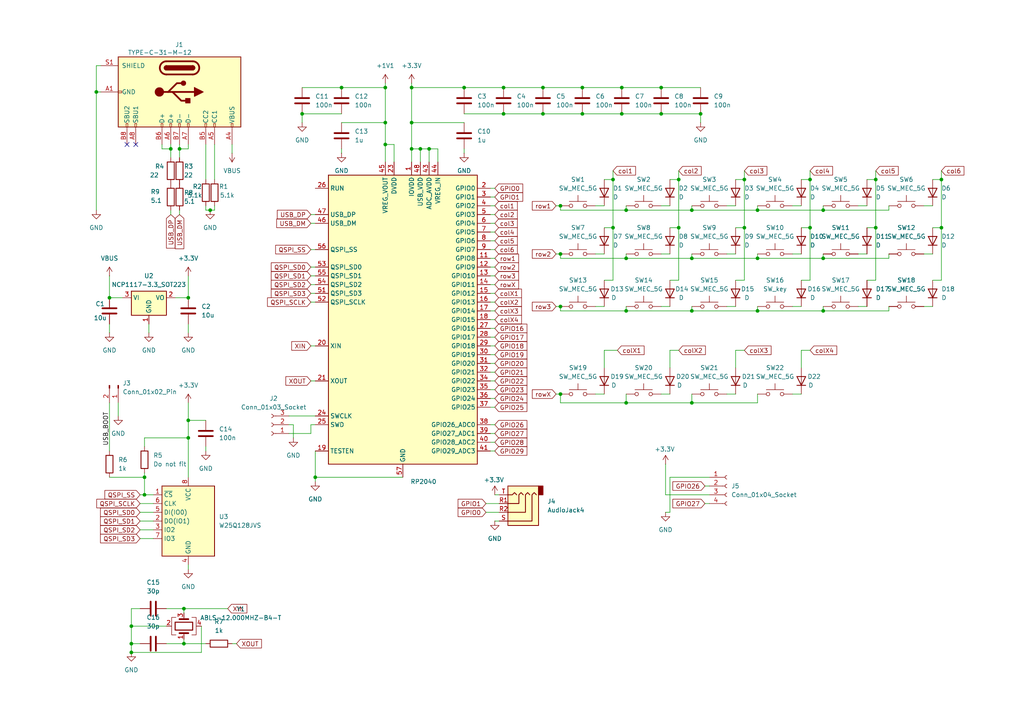
<source format=kicad_sch>
(kicad_sch (version 20250114) (generator "eeschema") (generator_version "9.0")
  (paper "A4")
  (title_block (title "Split Keyboard with RP2040 (Left)") (company "Watson9109") (comment 1 "Make sure R3 and R4 are close to RP2040") (comment 2 "Make sure C13 is close to pin 45 of RP2040") (comment 3 "uses 104048 in Akizuki as a Joystick "))
  (junction (at 181.61 116.84))
  (junction (at 146.05 33.02))
  (junction (at 41.91 138.43))
  (junction (at 215.9 52.07))
  (junction (at 215.9 66.04))
  (junction (at 254 52.07))
  (junction (at 146.05 25.4))
  (junction (at 168.91 25.4))
  (junction (at 177.8 66.04))
  (junction (at 60.96 60.96))
  (junction (at 273.05 52.07))
  (junction (at 119.38 25.4))
  (junction (at 111.76 35.56))
  (junction (at 200.66 74.93))
  (junction (at 38.1 186.69))
  (junction (at 181.61 60.96))
  (junction (at 53.34 176.53))
  (junction (at 162.56 59.69))
  (junction (at 203.2 33.02))
  (junction (at 54.61 121.92))
  (junction (at 124.46 43.18))
  (junction (at 52.07 43.18))
  (junction (at 31.75 86.36))
  (junction (at 162.56 88.9))
  (junction (at 200.66 60.96))
  (junction (at 91.44 138.43))
  (junction (at 254 66.04))
  (junction (at 54.61 86.36))
  (junction (at 200.66 116.84))
  (junction (at 219.71 90.17))
  (junction (at 119.38 43.18))
  (junction (at 273.05 66.04))
  (junction (at 121.92 43.18))
  (junction (at 38.1 181.61))
  (junction (at 87.63 33.02))
  (junction (at 134.62 25.4))
  (junction (at 99.06 25.4))
  (junction (at 238.76 74.93))
  (junction (at 38.1 189.23))
  (junction (at 234.95 66.04))
  (junction (at 200.66 90.17))
  (junction (at 219.71 74.93))
  (junction (at 157.48 33.02))
  (junction (at 111.76 41.91))
  (junction (at 53.34 186.69))
  (junction (at 41.91 143.51))
  (junction (at 181.61 90.17))
  (junction (at 191.77 33.02))
  (junction (at 219.71 60.96))
  (junction (at 234.95 52.07))
  (junction (at 238.76 90.17))
  (junction (at 49.53 43.18))
  (junction (at 196.85 52.07))
  (junction (at 162.56 73.66))
  (junction (at 177.8 52.07))
  (junction (at 168.91 33.02))
  (junction (at 27.94 26.67))
  (junction (at 180.34 25.4))
  (junction (at 111.76 25.4))
  (junction (at 191.77 25.4))
  (junction (at 162.56 114.3))
  (junction (at 180.34 33.02))
  (junction (at 119.38 35.56))
  (junction (at 54.61 127))
  (junction (at 238.76 60.96))
  (junction (at 196.85 66.04))
  (junction (at 157.48 25.4))
  (junction (at 181.61 74.93))
  (no_connect (at 39.37 41.91))
  (no_connect (at 36.83 41.91))
  (wire (pts (xy 146.05 33.02) (xy 157.48 33.02)))
  (wire (pts (xy 142.24 90.17) (xy 143.51 90.17)))
  (wire (pts (xy 172.72 114.3) (xy 175.26 114.3)))
  (wire (pts (xy 142.24 87.63) (xy 143.51 87.63)))
  (wire (pts (xy 142.24 59.69) (xy 143.51 59.69)))
  (wire (pts (xy 219.71 60.96) (xy 219.71 59.69)))
  (wire (pts (xy 204.47 140.97) (xy 205.74 140.97)))
  (wire (pts (xy 90.17 123.19) (xy 91.44 123.19)))
  (wire (pts (xy 142.24 110.49) (xy 143.51 110.49)))
  (wire (pts (xy 215.9 49.53) (xy 215.9 52.07)))
  (wire (pts (xy 194.31 138.43) (xy 194.31 148.59)))
  (wire (pts (xy 49.53 60.96) (xy 49.53 62.23)))
  (wire (pts (xy 52.07 60.96) (xy 52.07 62.23)))
  (wire (pts (xy 54.61 80.01) (xy 54.61 86.36)))
  (wire (pts (xy 134.62 43.18) (xy 134.62 44.45)))
  (wire (pts (xy 229.87 88.9) (xy 232.41 88.9)))
  (wire (pts (xy 127 43.18) (xy 124.46 43.18)))
  (wire (pts (xy 46.99 41.91) (xy 46.99 43.18)))
  (wire (pts (xy 54.61 127) (xy 54.61 138.43)))
  (wire (pts (xy 127 46.99) (xy 127 43.18)))
  (wire (pts (xy 67.31 186.69) (xy 68.58 186.69)))
  (wire (pts (xy 31.75 93.98) (xy 31.75 96.52)))
  (wire (pts (xy 58.42 181.61) (xy 58.42 189.23)))
  (wire (pts (xy 204.47 146.05) (xy 205.74 146.05)))
  (wire (pts (xy 111.76 25.4) (xy 111.76 35.56)))
  (wire (pts (xy 219.71 73.66) (xy 219.71 74.93)))
  (wire (pts (xy 270.51 81.28) (xy 273.05 81.28)))
  (wire (pts (xy 41.91 127) (xy 54.61 127)))
  (wire (pts (xy 157.48 25.4) (xy 168.91 25.4)))
  (wire (pts (xy 181.61 74.93) (xy 200.66 74.93)))
  (wire (pts (xy 142.24 85.09) (xy 143.51 85.09)))
  (wire (pts (xy 177.8 52.07) (xy 177.8 66.04)))
  (wire (pts (xy 54.61 121.92) (xy 59.69 121.92)))
  (wire (pts (xy 196.85 81.28) (xy 196.85 66.04)))
  (wire (pts (xy 142.24 69.85) (xy 143.51 69.85)))
  (wire (pts (xy 111.76 35.56) (xy 111.76 41.91)))
  (wire (pts (xy 54.61 116.84) (xy 54.61 121.92)))
  (wire (pts (xy 200.66 116.84) (xy 181.61 116.84)))
  (wire (pts (xy 161.29 59.69) (xy 162.56 59.69)))
  (wire (pts (xy 248.92 73.66) (xy 251.46 73.66)))
  (wire (pts (xy 142.24 102.87) (xy 143.51 102.87)))
  (wire (pts (xy 273.05 52.07) (xy 270.51 52.07)))
  (wire (pts (xy 146.05 25.4) (xy 157.48 25.4)))
  (wire (pts (xy 205.74 143.51) (xy 193.04 143.51)))
  (wire (pts (xy 142.24 118.11) (xy 143.51 118.11)))
  (wire (pts (xy 119.38 24.13) (xy 119.38 25.4)))
  (wire (pts (xy 99.06 25.4) (xy 111.76 25.4)))
  (wire (pts (xy 234.95 81.28) (xy 234.95 66.04)))
  (wire (pts (xy 67.31 41.91) (xy 67.31 44.45)))
  (wire (pts (xy 181.61 88.9) (xy 181.61 90.17)))
  (wire (pts (xy 210.82 88.9) (xy 213.36 88.9)))
  (wire (pts (xy 142.24 54.61) (xy 143.51 54.61)))
  (wire (pts (xy 219.71 90.17) (xy 219.71 88.9)))
  (wire (pts (xy 27.94 26.67) (xy 27.94 60.96)))
  (wire (pts (xy 203.2 33.02) (xy 203.2 35.56)))
  (wire (pts (xy 48.26 176.53) (xy 53.34 176.53)))
  (wire (pts (xy 53.34 186.69) (xy 59.69 186.69)))
  (wire (pts (xy 254 52.07) (xy 251.46 52.07)))
  (wire (pts (xy 38.1 176.53) (xy 38.1 181.61)))
  (wire (pts (xy 31.75 86.36) (xy 35.56 86.36)))
  (wire (pts (xy 54.61 43.18) (xy 52.07 43.18)))
  (wire (pts (xy 59.69 130.81) (xy 59.69 129.54)))
  (wire (pts (xy 40.64 146.05) (xy 44.45 146.05)))
  (wire (pts (xy 205.74 138.43) (xy 194.31 138.43)))
  (wire (pts (xy 162.56 60.96) (xy 181.61 60.96)))
  (wire (pts (xy 248.92 59.69) (xy 251.46 59.69)))
  (wire (pts (xy 267.97 73.66) (xy 270.51 73.66)))
  (wire (pts (xy 142.24 100.33) (xy 143.51 100.33)))
  (wire (pts (xy 181.61 116.84) (xy 162.56 116.84)))
  (wire (pts (xy 142.24 92.71) (xy 143.51 92.71)))
  (wire (pts (xy 41.91 143.51) (xy 44.45 143.51)))
  (wire (pts (xy 193.04 143.51) (xy 193.04 134.62)))
  (wire (pts (xy 90.17 80.01) (xy 91.44 80.01)))
  (wire (pts (xy 99.06 35.56) (xy 111.76 35.56)))
  (wire (pts (xy 85.09 127) (xy 85.09 123.19)))
  (wire (pts (xy 142.24 64.77) (xy 143.51 64.77)))
  (wire (pts (xy 238.76 60.96) (xy 238.76 59.69)))
  (wire (pts (xy 99.06 43.18) (xy 99.06 44.45)))
  (wire (pts (xy 119.38 35.56) (xy 119.38 43.18)))
  (wire (pts (xy 191.77 59.69) (xy 194.31 59.69)))
  (wire (pts (xy 43.18 93.98) (xy 43.18 96.52)))
  (wire (pts (xy 142.24 128.27) (xy 143.51 128.27)))
  (wire (pts (xy 90.17 85.09) (xy 91.44 85.09)))
  (wire (pts (xy 31.75 138.43) (xy 41.91 138.43)))
  (wire (pts (xy 181.61 73.66) (xy 181.61 74.93)))
  (wire (pts (xy 134.62 33.02) (xy 146.05 33.02)))
  (wire (pts (xy 40.64 148.59) (xy 44.45 148.59)))
  (wire (pts (xy 181.61 59.69) (xy 181.61 60.96)))
  (wire (pts (xy 142.24 113.03) (xy 143.51 113.03)))
  (wire (pts (xy 90.17 64.77) (xy 91.44 64.77)))
  (wire (pts (xy 142.24 80.01) (xy 143.51 80.01)))
  (wire (pts (xy 219.71 116.84) (xy 200.66 116.84)))
  (wire (pts (xy 40.64 143.51) (xy 41.91 143.51)))
  (wire (pts (xy 251.46 81.28) (xy 254 81.28)))
  (wire (pts (xy 194.31 101.6) (xy 196.85 101.6)))
  (wire (pts (xy 41.91 129.54) (xy 41.91 127)))
  (wire (pts (xy 215.9 81.28) (xy 213.36 81.28)))
  (wire (pts (xy 219.71 60.96) (xy 238.76 60.96)))
  (wire (pts (xy 257.81 88.9) (xy 257.81 90.17)))
  (wire (pts (xy 213.36 106.68) (xy 213.36 101.6)))
  (wire (pts (xy 142.24 57.15) (xy 143.51 57.15)))
  (wire (pts (xy 196.85 52.07) (xy 194.31 52.07)))
  (wire (pts (xy 114.3 41.91) (xy 111.76 41.91)))
  (wire (pts (xy 53.34 176.53) (xy 53.34 177.8)))
  (wire (pts (xy 168.91 25.4) (xy 180.34 25.4)))
  (wire (pts (xy 234.95 52.07) (xy 232.41 52.07)))
  (wire (pts (xy 194.31 66.04) (xy 196.85 66.04)))
  (wire (pts (xy 90.17 87.63) (xy 91.44 87.63)))
  (wire (pts (xy 210.82 73.66) (xy 213.36 73.66)))
  (wire (pts (xy 53.34 176.53) (xy 66.04 176.53)))
  (wire (pts (xy 200.66 88.9) (xy 200.66 90.17)))
  (wire (pts (xy 161.29 114.3) (xy 162.56 114.3)))
  (wire (pts (xy 91.44 130.81) (xy 91.44 138.43)))
  (wire (pts (xy 40.64 176.53) (xy 38.1 176.53)))
  (wire (pts (xy 91.44 138.43) (xy 116.84 138.43)))
  (wire (pts (xy 180.34 25.4) (xy 191.77 25.4)))
  (wire (pts (xy 142.24 74.93) (xy 143.51 74.93)))
  (wire (pts (xy 229.87 73.66) (xy 232.41 73.66)))
  (wire (pts (xy 232.41 106.68) (xy 232.41 101.6)))
  (wire (pts (xy 140.97 146.05) (xy 144.78 146.05)))
  (wire (pts (xy 196.85 49.53) (xy 196.85 52.07)))
  (wire (pts (xy 191.77 88.9) (xy 194.31 88.9)))
  (wire (pts (xy 162.56 116.84) (xy 162.56 114.3)))
  (wire (pts (xy 40.64 153.67) (xy 44.45 153.67)))
  (wire (pts (xy 91.44 138.43) (xy 91.44 139.7)))
  (wire (pts (xy 142.24 95.25) (xy 143.51 95.25)))
  (wire (pts (xy 62.23 59.69) (xy 62.23 60.96)))
  (wire (pts (xy 142.24 77.47) (xy 143.51 77.47)))
  (wire (pts (xy 111.76 24.13) (xy 111.76 25.4)))
  (wire (pts (xy 53.34 186.69) (xy 53.34 185.42)))
  (wire (pts (xy 175.26 52.07) (xy 177.8 52.07)))
  (wire (pts (xy 114.3 46.99) (xy 114.3 41.91)))
  (wire (pts (xy 200.66 59.69) (xy 200.66 60.96)))
  (wire (pts (xy 219.71 114.3) (xy 219.71 116.84)))
  (wire (pts (xy 142.24 130.81) (xy 143.51 130.81)))
  (wire (pts (xy 179.07 101.6) (xy 175.26 101.6)))
  (wire (pts (xy 90.17 62.23) (xy 91.44 62.23)))
  (wire (pts (xy 175.26 66.04) (xy 177.8 66.04)))
  (wire (pts (xy 50.8 86.36) (xy 54.61 86.36)))
  (wire (pts (xy 62.23 41.91) (xy 62.23 52.07)))
  (wire (pts (xy 49.53 43.18) (xy 46.99 43.18)))
  (wire (pts (xy 54.61 93.98) (xy 54.61 96.52)))
  (wire (pts (xy 175.26 101.6) (xy 175.26 106.68)))
  (wire (pts (xy 181.61 114.3) (xy 181.61 116.84)))
  (wire (pts (xy 90.17 72.39) (xy 91.44 72.39)))
  (wire (pts (xy 142.24 82.55) (xy 143.51 82.55)))
  (wire (pts (xy 161.29 73.66) (xy 162.56 73.66)))
  (wire (pts (xy 194.31 148.59) (xy 193.04 148.59)))
  (wire (pts (xy 27.94 19.05) (xy 29.21 19.05)))
  (wire (pts (xy 232.41 101.6) (xy 234.95 101.6)))
  (wire (pts (xy 52.07 43.18) (xy 52.07 45.72)))
  (wire (pts (xy 257.81 74.93) (xy 238.76 74.93)))
  (wire (pts (xy 273.05 66.04) (xy 273.05 52.07)))
  (wire (pts (xy 200.66 73.66) (xy 200.66 74.93)))
  (wire (pts (xy 162.56 90.17) (xy 181.61 90.17)))
  (wire (pts (xy 273.05 49.53) (xy 273.05 52.07)))
  (wire (pts (xy 27.94 26.67) (xy 29.21 26.67)))
  (wire (pts (xy 90.17 100.33) (xy 91.44 100.33)))
  (wire (pts (xy 59.69 41.91) (xy 59.69 52.07)))
  (wire (pts (xy 87.63 33.02) (xy 99.06 33.02)))
  (wire (pts (xy 90.17 82.55) (xy 91.44 82.55)))
  (wire (pts (xy 229.87 59.69) (xy 232.41 59.69)))
  (wire (pts (xy 215.9 52.07) (xy 215.9 66.04)))
  (wire (pts (xy 257.81 90.17) (xy 238.76 90.17)))
  (wire (pts (xy 168.91 33.02) (xy 180.34 33.02)))
  (wire (pts (xy 49.53 41.91) (xy 49.53 43.18)))
  (wire (pts (xy 31.75 116.84) (xy 31.75 130.81)))
  (wire (pts (xy 238.76 60.96) (xy 257.81 60.96)))
  (wire (pts (xy 54.61 86.36) (xy 54.61 87.63)))
  (wire (pts (xy 234.95 49.53) (xy 234.95 52.07)))
  (wire (pts (xy 48.26 186.69) (xy 53.34 186.69)))
  (wire (pts (xy 142.24 107.95) (xy 143.51 107.95)))
  (wire (pts (xy 124.46 43.18) (xy 121.92 43.18)))
  (wire (pts (xy 142.24 67.31) (xy 143.51 67.31)))
  (wire (pts (xy 124.46 43.18) (xy 124.46 46.99)))
  (wire (pts (xy 172.72 88.9) (xy 175.26 88.9)))
  (wire (pts (xy 238.76 73.66) (xy 238.76 74.93)))
  (wire (pts (xy 90.17 110.49) (xy 91.44 110.49)))
  (wire (pts (xy 162.56 74.93) (xy 162.56 73.66)))
  (wire (pts (xy 27.94 19.05) (xy 27.94 26.67)))
  (wire (pts (xy 59.69 60.96) (xy 60.96 60.96)))
  (wire (pts (xy 219.71 74.93) (xy 238.76 74.93)))
  (wire (pts (xy 232.41 66.04) (xy 234.95 66.04)))
  (wire (pts (xy 191.77 73.66) (xy 194.31 73.66)))
  (wire (pts (xy 248.92 88.9) (xy 251.46 88.9)))
  (wire (pts (xy 191.77 33.02) (xy 203.2 33.02)))
  (wire (pts (xy 194.31 81.28) (xy 196.85 81.28)))
  (wire (pts (xy 172.72 73.66) (xy 175.26 73.66)))
  (wire (pts (xy 215.9 66.04) (xy 215.9 81.28)))
  (wire (pts (xy 161.29 88.9) (xy 162.56 88.9)))
  (wire (pts (xy 273.05 81.28) (xy 273.05 66.04)))
  (wire (pts (xy 162.56 59.69) (xy 162.56 60.96)))
  (wire (pts (xy 232.41 81.28) (xy 234.95 81.28)))
  (wire (pts (xy 254 66.04) (xy 254 52.07)))
  (wire (pts (xy 238.76 90.17) (xy 238.76 88.9)))
  (wire (pts (xy 38.1 186.69) (xy 40.64 186.69)))
  (wire (pts (xy 213.36 66.04) (xy 215.9 66.04)))
  (wire (pts (xy 191.77 114.3) (xy 194.31 114.3)))
  (wire (pts (xy 41.91 138.43) (xy 41.91 143.51)))
  (wire (pts (xy 119.38 25.4) (xy 134.62 25.4)))
  (wire (pts (xy 210.82 114.3) (xy 213.36 114.3)))
  (wire (pts (xy 200.66 74.93) (xy 219.71 74.93)))
  (wire (pts (xy 134.62 35.56) (xy 119.38 35.56)))
  (wire (pts (xy 38.1 181.61) (xy 48.26 181.61)))
  (wire (pts (xy 90.17 77.47) (xy 91.44 77.47)))
  (wire (pts (xy 142.24 62.23) (xy 143.51 62.23)))
  (wire (pts (xy 210.82 59.69) (xy 213.36 59.69)))
  (wire (pts (xy 257.81 73.66) (xy 257.81 74.93)))
  (wire (pts (xy 254 81.28) (xy 254 66.04)))
  (wire (pts (xy 181.61 60.96) (xy 200.66 60.96)))
  (wire (pts (xy 54.61 163.83) (xy 54.61 165.1)))
  (wire (pts (xy 143.51 151.13) (xy 144.78 151.13)))
  (wire (pts (xy 142.24 72.39) (xy 143.51 72.39)))
  (wire (pts (xy 83.82 123.19) (xy 85.09 123.19)))
  (wire (pts (xy 194.31 106.68) (xy 194.31 101.6)))
  (wire (pts (xy 49.53 43.18) (xy 49.53 45.72)))
  (wire (pts (xy 40.64 151.13) (xy 44.45 151.13)))
  (wire (pts (xy 87.63 25.4) (xy 99.06 25.4)))
  (wire (pts (xy 121.92 43.18) (xy 119.38 43.18)))
  (wire (pts (xy 34.29 116.84) (xy 34.29 120.65)))
  (wire (pts (xy 200.66 90.17) (xy 219.71 90.17)))
  (wire (pts (xy 257.81 59.69) (xy 257.81 60.96)))
  (wire (pts (xy 142.24 105.41) (xy 143.51 105.41)))
  (wire (pts (xy 181.61 74.93) (xy 162.56 74.93)))
  (wire (pts (xy 54.61 121.92) (xy 54.61 127)))
  (wire (pts (xy 213.36 52.07) (xy 215.9 52.07)))
  (wire (pts (xy 140.97 148.59) (xy 144.78 148.59)))
  (wire (pts (xy 251.46 66.04) (xy 254 66.04)))
  (wire (pts (xy 177.8 81.28) (xy 177.8 66.04)))
  (wire (pts (xy 267.97 88.9) (xy 270.51 88.9)))
  (wire (pts (xy 229.87 114.3) (xy 232.41 114.3)))
  (wire (pts (xy 180.34 33.02) (xy 191.77 33.02)))
  (wire (pts (xy 111.76 41.91) (xy 111.76 46.99)))
  (wire (pts (xy 38.1 181.61) (xy 38.1 186.69)))
  (wire (pts (xy 54.61 41.91) (xy 54.61 43.18)))
  (wire (pts (xy 177.8 49.53) (xy 177.8 52.07)))
  (wire (pts (xy 219.71 90.17) (xy 238.76 90.17)))
  (wire (pts (xy 157.48 33.02) (xy 168.91 33.02)))
  (wire (pts (xy 90.17 125.73) (xy 83.82 125.73)))
  (wire (pts (xy 200.66 60.96) (xy 219.71 60.96)))
  (wire (pts (xy 121.92 43.18) (xy 121.92 46.99)))
  (wire (pts (xy 83.82 120.65) (xy 91.44 120.65)))
  (wire (pts (xy 142.24 97.79) (xy 143.51 97.79)))
  (wire (pts (xy 31.75 80.01) (xy 31.75 86.36)))
  (wire (pts (xy 181.61 90.17) (xy 200.66 90.17)))
  (wire (pts (xy 200.66 114.3) (xy 200.66 116.84)))
  (wire (pts (xy 87.63 33.02) (xy 87.63 35.56)))
  (wire (pts (xy 41.91 137.16) (xy 41.91 138.43)))
  (wire (pts (xy 162.56 88.9) (xy 162.56 90.17)))
  (wire (pts (xy 119.38 43.18) (xy 119.38 46.99)))
  (wire (pts (xy 270.51 66.04) (xy 273.05 66.04)))
  (wire (pts (xy 175.26 81.28) (xy 177.8 81.28)))
  (wire (pts (xy 52.07 43.18) (xy 52.07 41.91)))
  (wire (pts (xy 142.24 125.73) (xy 143.51 125.73)))
  (wire (pts (xy 213.36 101.6) (xy 215.9 101.6)))
  (wire (pts (xy 267.97 59.69) (xy 270.51 59.69)))
  (wire (pts (xy 119.38 35.56) (xy 119.38 25.4)))
  (wire (pts (xy 38.1 186.69) (xy 38.1 189.23)))
  (wire (pts (xy 90.17 123.19) (xy 90.17 125.73)))
  (wire (pts (xy 196.85 66.04) (xy 196.85 52.07)))
  (wire (pts (xy 142.24 123.19) (xy 143.51 123.19)))
  (wire (pts (xy 134.62 25.4) (xy 146.05 25.4)))
  (wire (pts (xy 59.69 59.69) (xy 59.69 60.96)))
  (wire (pts (xy 172.72 59.69) (xy 175.26 59.69)))
  (wire (pts (xy 234.95 66.04) (xy 234.95 52.07)))
  (wire (pts (xy 62.23 60.96) (xy 60.96 60.96)))
  (wire (pts (xy 191.77 25.4) (xy 203.2 25.4)))
  (wire (pts (xy 58.42 189.23) (xy 38.1 189.23)))
  (wire (pts (xy 40.64 156.21) (xy 44.45 156.21)))
  (wire (pts (xy 143.51 143.51) (xy 144.78 143.51)))
  (wire (pts (xy 142.24 115.57) (xy 143.51 115.57)))
  (wire (pts (xy 254 49.53) (xy 254 52.07)))
  (label "USB_BOOT" (at 31.75 119.38 270))
  (global_label "GPIO18" (shape input) (at 143.51 100.33 0) (property "Intersheetrefs" "${INTERSHEET_REFS}" (effects (hide yes))))
  (global_label "GPIO21" (shape input) (at 143.51 107.95 0) (property "Intersheetrefs" "${INTERSHEET_REFS}" (effects (hide yes))))
  (global_label "colX1" (shape input) (at 143.51 85.09 0) (property "Intersheetrefs" "${INTERSHEET_REFS}" (effects (hide yes))))
  (global_label "GPIO27" (shape input) (at 143.51 125.73 0) (property "Intersheetrefs" "${INTERSHEET_REFS}" (effects (hide yes))))
  (global_label "col1" (shape input) (at 143.51 59.69 0) (property "Intersheetrefs" "${INTERSHEET_REFS}" (effects (hide yes))))
  (global_label "QSPI_SD0" (shape input) (at 90.17 77.47 180) (property "Intersheetrefs" "${INTERSHEET_REFS}" (effects (hide yes))))
  (global_label "GPIO1" (shape input) (at 140.97 146.05 180) (property "Intersheetrefs" "${INTERSHEET_REFS}" (effects (hide yes))))
  (global_label "GPIO0" (shape input) (at 143.51 54.61 0) (property "Intersheetrefs" "${INTERSHEET_REFS}" (effects (hide yes))))
  (global_label "QSPI_SD1" (shape input) (at 90.17 80.01 180) (property "Intersheetrefs" "${INTERSHEET_REFS}" (effects (hide yes))))
  (global_label "QSPI_SD3" (shape input) (at 40.64 156.21 180) (property "Intersheetrefs" "${INTERSHEET_REFS}" (effects (hide yes))))
  (global_label "GPIO17" (shape input) (at 143.51 97.79 0) (property "Intersheetrefs" "${INTERSHEET_REFS}" (effects (hide yes))))
  (global_label "QSPI_SS" (shape input) (at 90.17 72.39 180) (property "Intersheetrefs" "${INTERSHEET_REFS}" (effects (hide yes))))
  (global_label "row2" (shape input) (at 143.51 77.47 0) (property "Intersheetrefs" "${INTERSHEET_REFS}" (effects (hide yes))))
  (global_label "GPIO24" (shape input) (at 143.51 115.57 0) (property "Intersheetrefs" "${INTERSHEET_REFS}" (effects (hide yes))))
  (global_label "row1" (shape input) (at 161.29 59.69 180) (property "Intersheetrefs" "${INTERSHEET_REFS}" (effects (hide yes))))
  (global_label "colX3" (shape input) (at 215.9 101.6 0) (property "Intersheetrefs" "${INTERSHEET_REFS}" (effects (hide yes))))
  (global_label "GPIO29" (shape input) (at 143.51 130.81 0) (property "Intersheetrefs" "${INTERSHEET_REFS}" (effects (hide yes))))
  (global_label "USB_DM" (shape input) (at 52.07 62.23 270) (property "Intersheetrefs" "${INTERSHEET_REFS}" (effects (hide yes))))
  (global_label "col1" (shape input) (at 177.8 49.53 0) (property "Intersheetrefs" "${INTERSHEET_REFS}" (effects (hide yes))))
  (global_label "XIN" (shape input) (at 90.17 100.33 180) (property "Intersheetrefs" "${INTERSHEET_REFS}" (effects (hide yes))))
  (global_label "GPIO26" (shape input) (at 204.47 140.97 180) (property "Intersheetrefs" "${INTERSHEET_REFS}" (effects (hide yes))))
  (global_label "USB_DP" (shape input) (at 49.53 62.23 270) (property "Intersheetrefs" "${INTERSHEET_REFS}" (effects (hide yes))))
  (global_label "row3" (shape input) (at 143.51 80.01 0) (property "Intersheetrefs" "${INTERSHEET_REFS}" (effects (hide yes))))
  (global_label "colX1" (shape input) (at 179.07 101.6 0) (property "Intersheetrefs" "${INTERSHEET_REFS}" (effects (hide yes))))
  (global_label "colX4" (shape input) (at 143.51 92.71 0) (property "Intersheetrefs" "${INTERSHEET_REFS}" (effects (hide yes))))
  (global_label "QSPI_SD1" (shape input) (at 40.64 151.13 180) (property "Intersheetrefs" "${INTERSHEET_REFS}" (effects (hide yes))))
  (global_label "col2" (shape input) (at 196.85 49.53 0) (property "Intersheetrefs" "${INTERSHEET_REFS}" (effects (hide yes))))
  (global_label "XIN" (shape input) (at 66.04 176.53 0) (property "Intersheetrefs" "${INTERSHEET_REFS}" (effects (hide yes))))
  (global_label "QSPI_SCLK" (shape input) (at 40.64 146.05 180) (property "Intersheetrefs" "${INTERSHEET_REFS}" (effects (hide yes))))
  (global_label "col6" (shape input) (at 143.51 72.39 0) (property "Intersheetrefs" "${INTERSHEET_REFS}" (effects (hide yes))))
  (global_label "GPIO22" (shape input) (at 143.51 110.49 0) (property "Intersheetrefs" "${INTERSHEET_REFS}" (effects (hide yes))))
  (global_label "QSPI_SD0" (shape input) (at 40.64 148.59 180) (property "Intersheetrefs" "${INTERSHEET_REFS}" (effects (hide yes))))
  (global_label "col5" (shape input) (at 254 49.53 0) (property "Intersheetrefs" "${INTERSHEET_REFS}" (effects (hide yes))))
  (global_label "QSPI_SD2" (shape input) (at 40.64 153.67 180) (property "Intersheetrefs" "${INTERSHEET_REFS}" (effects (hide yes))))
  (global_label "QSPI_SD2" (shape input) (at 90.17 82.55 180) (property "Intersheetrefs" "${INTERSHEET_REFS}" (effects (hide yes))))
  (global_label "rowX" (shape input) (at 161.29 114.3 180) (property "Intersheetrefs" "${INTERSHEET_REFS}" (effects (hide yes))))
  (global_label "USB_DP" (shape input) (at 90.17 62.23 180) (property "Intersheetrefs" "${INTERSHEET_REFS}" (effects (hide yes))))
  (global_label "col4" (shape input) (at 143.51 67.31 0) (property "Intersheetrefs" "${INTERSHEET_REFS}" (effects (hide yes))))
  (global_label "row2" (shape input) (at 161.29 73.66 180) (property "Intersheetrefs" "${INTERSHEET_REFS}" (effects (hide yes))))
  (global_label "USB_DM" (shape input) (at 90.17 64.77 180) (property "Intersheetrefs" "${INTERSHEET_REFS}" (effects (hide yes))))
  (global_label "col6" (shape input) (at 273.05 49.53 0) (property "Intersheetrefs" "${INTERSHEET_REFS}" (effects (hide yes))))
  (global_label "GPIO26" (shape input) (at 143.51 123.19 0) (property "Intersheetrefs" "${INTERSHEET_REFS}" (effects (hide yes))))
  (global_label "colX2" (shape input) (at 143.51 87.63 0) (property "Intersheetrefs" "${INTERSHEET_REFS}" (effects (hide yes))))
  (global_label "col5" (shape input) (at 143.51 69.85 0) (property "Intersheetrefs" "${INTERSHEET_REFS}" (effects (hide yes))))
  (global_label "GPIO25" (shape input) (at 143.51 118.11 0) (property "Intersheetrefs" "${INTERSHEET_REFS}" (effects (hide yes))))
  (global_label "XOUT" (shape input) (at 90.17 110.49 180) (property "Intersheetrefs" "${INTERSHEET_REFS}" (effects (hide yes))))
  (global_label "QSPI_SS" (shape input) (at 40.64 143.51 180) (property "Intersheetrefs" "${INTERSHEET_REFS}" (effects (hide yes))))
  (global_label "col4" (shape input) (at 234.95 49.53 0) (property "Intersheetrefs" "${INTERSHEET_REFS}" (effects (hide yes))))
  (global_label "colX2" (shape input) (at 196.85 101.6 0) (property "Intersheetrefs" "${INTERSHEET_REFS}" (effects (hide yes))))
  (global_label "col3" (shape input) (at 215.9 49.53 0) (property "Intersheetrefs" "${INTERSHEET_REFS}" (effects (hide yes))))
  (global_label "GPIO0" (shape input) (at 140.97 148.59 180) (property "Intersheetrefs" "${INTERSHEET_REFS}" (effects (hide yes))))
  (global_label "colX4" (shape input) (at 234.95 101.6 0) (property "Intersheetrefs" "${INTERSHEET_REFS}" (effects (hide yes))))
  (global_label "QSPI_SCLK" (shape input) (at 90.17 87.63 180) (property "Intersheetrefs" "${INTERSHEET_REFS}" (effects (hide yes))))
  (global_label "row3" (shape input) (at 161.29 88.9 180) (property "Intersheetrefs" "${INTERSHEET_REFS}" (effects (hide yes))))
  (global_label "QSPI_SD3" (shape input) (at 90.17 85.09 180) (property "Intersheetrefs" "${INTERSHEET_REFS}" (effects (hide yes))))
  (global_label "GPIO23" (shape input) (at 143.51 113.03 0) (property "Intersheetrefs" "${INTERSHEET_REFS}" (effects (hide yes))))
  (global_label "GPIO19" (shape input) (at 143.51 102.87 0) (property "Intersheetrefs" "${INTERSHEET_REFS}" (effects (hide yes))))
  (global_label "GPIO28" (shape input) (at 143.51 128.27 0) (property "Intersheetrefs" "${INTERSHEET_REFS}" (effects (hide yes))))
  (global_label "GPIO27" (shape input) (at 204.47 146.05 180) (property "Intersheetrefs" "${INTERSHEET_REFS}" (effects (hide yes))))
  (global_label "col2" (shape input) (at 143.51 62.23 0) (property "Intersheetrefs" "${INTERSHEET_REFS}" (effects (hide yes))))
  (global_label "GPIO1" (shape input) (at 143.51 57.15 0) (property "Intersheetrefs" "${INTERSHEET_REFS}" (effects (hide yes))))
  (global_label "row1" (shape input) (at 143.51 74.93 0) (property "Intersheetrefs" "${INTERSHEET_REFS}" (effects (hide yes))))
  (global_label "XOUT" (shape input) (at 68.58 186.69 0) (property "Intersheetrefs" "${INTERSHEET_REFS}" (effects (hide yes))))
  (global_label "colX3" (shape input) (at 143.51 90.17 0) (property "Intersheetrefs" "${INTERSHEET_REFS}" (effects (hide yes))))
  (global_label "col3" (shape input) (at 143.51 64.77 0) (property "Intersheetrefs" "${INTERSHEET_REFS}" (effects (hide yes))))
  (global_label "GPIO20" (shape input) (at 143.51 105.41 0) (property "Intersheetrefs" "${INTERSHEET_REFS}" (effects (hide yes))))
  (global_label "rowX" (shape input) (at 143.51 82.55 0) (property "Intersheetrefs" "${INTERSHEET_REFS}" (effects (hide yes))))
  (global_label "GPIO16" (shape input) (at 143.51 95.25 0) (property "Intersheetrefs" "${INTERSHEET_REFS}" (effects (hide yes))))
  (symbol (lib_id "Device:D") (at 232.41 69.85 90) (unit 1)
    (property "Reference" "D10" (at 234.95 68.5799 90) (effects (justify right)))
    (property "Value" "D" (at 234.95 71.1199 90) (effects (justify right)))
    (property "Footprint" "Diode_SMD:D_SOD-123" (effects (hide yes)))
    (property "Description" "Diode" (effects (hide yes)))
    (property "Sim.Device" "D" (effects (hide yes)))
    (property "Sim.Pins" "1=K 2=A" (effects (hide yes)))
  )
  (symbol (lib_id "Connector_Audio:AudioJack4") (at 149.86 148.59 180) (unit 1)
    (property "Reference" "J4" (at 158.75 145.4149 0) (effects (justify right)))
    (property "Value" "AudioJack4" (at 158.75 147.9549 0) (effects (justify right)))
    (property "Footprint" "footprint:MJ-4PP-9" (effects (hide yes)))
    (property "Description" "Audio Jack, 4 Poles (TRRS)" (effects (hide yes)))
  )
  (symbol (lib_id "Device:D") (at 232.41 110.49 90) (unit 1)
    (property "Reference" "D22" (at 234.188 109.22 90) (effects (justify right)))
    (property "Value" "D" (at 234.442 111.76 90) (effects (justify right)))
    (property "Footprint" "Diode_SMD:D_SOD-123" (effects (hide yes)))
    (property "Description" "Diode" (effects (hide yes)))
    (property "Sim.Device" "D" (effects (hide yes)))
    (property "Sim.Pins" "1=K 2=A" (effects (hide yes)))
  )
  (symbol (lib_id "Device:R") (at 41.91 133.35 180) (unit 1)
    (property "Reference" "R5" (at 44.45 132.0799 0) (effects (justify right)))
    (property "Value" "Do not fit" (at 44.45 134.6199 0) (effects (justify right)))
    (property "Footprint" "Resistor_SMD:R_1206_3216Metric" (effects (hide yes)))
    (property "Description" "Resistor" (effects (hide yes)))
  )
  (symbol (lib_id "Device:C") (at 146.05 29.21 0) (unit 1)
    (property "Reference" "C4" (at 149.86 27.9399 0) (effects (justify left)))
    (property "Value" "100n" (at 149.86 30.4799 0) (effects (justify left)))
    (property "Footprint" "Capacitor_SMD:C_0402_1005Metric" (effects (hide yes)))
    (property "Description" "Unpolarized capacitor" (effects (hide yes)))
  )
  (symbol (lib_id "Memory_Flash:W25Q128JVS") (at 54.61 151.13 0) (unit 1)
    (property "Reference" "U3" (at 63.5 149.8599 0) (effects (justify left)))
    (property "Value" "W25Q128JVS" (at 63.5 152.3999 0) (effects (justify left)))
    (property "Footprint" "footprint:SOIC_128JVSIM_WIN" (effects (hide yes)))
    (property "Datasheet" "https://www.winbond.com/resource-files/w25q128jv_dtr%20revc%2003272018%20plus.pdf" (effects (hide yes)))
    (property "Description" "128Mb Serial Flash Memory, Standard/Dual/Quad SPI, SOIC-8" (effects (hide yes)))
  )
  (symbol (lib_id "Device:C") (at 87.63 29.21 0) (unit 1)
    (property "Reference" "C11" (at 91.44 27.9399 0) (effects (justify left)))
    (property "Value" "100n" (at 91.44 30.4799 0) (effects (justify left)))
    (property "Footprint" "Capacitor_SMD:C_0402_1005Metric" (effects (hide yes)))
    (property "Description" "Unpolarized capacitor" (effects (hide yes)))
  )
  (symbol (lib_id "Device:R") (at 62.23 55.88 180) (unit 1)
    (property "Reference" "R1" (at 63.5 54.102 0) (effects (justify right)))
    (property "Value" "5.1k" (at 63.754 56.642 0) (effects (justify right)))
    (property "Footprint" "Resistor_SMD:R_0603_1608Metric" (effects (hide yes)))
    (property "Description" "Resistor" (effects (hide yes)))
  )
  (symbol (lib_id "power:GND") (at 193.04 148.59 0) (unit 1)
    (property "Reference" "#PWR025" (effects (hide yes)))
    (property "Value" "GND" (at 193.04 153.67 0))
    (property "Description" "Power symbol creates a global label with name \"GND\" , ground" (effects (hide yes)))
  )
  (symbol (lib_id "power:GND") (at 91.44 139.7 0) (unit 1)
    (property "Reference" "#PWR07" (effects (hide yes)))
    (property "Value" "GND" (at 91.44 144.78 0))
    (property "Description" "Power symbol creates a global label with name \"GND\" , ground" (effects (hide yes)))
  )
  (symbol (lib_id "Device:D") (at 251.46 85.09 90) (unit 1)
    (property "Reference" "D17" (at 254 83.8199 90) (effects (justify right)))
    (property "Value" "D" (at 254 86.3599 90) (effects (justify right)))
    (property "Footprint" "Diode_SMD:D_SOD-123" (effects (hide yes)))
    (property "Description" "Diode" (effects (hide yes)))
    (property "Sim.Device" "D" (effects (hide yes)))
    (property "Sim.Pins" "1=K 2=A" (effects (hide yes)))
  )
  (symbol (lib_id "sw_key:SW_MEC_5G_1") (at 262.89 73.66 0) (unit 1)
    (property "Reference" "SW12" (at 262.89 66.04 0))
    (property "Value" "SW_MEC_5G" (at 262.89 68.58 0))
    (property "Footprint" "Button_Switch_Keyboard:SW_Cherry_MX_1.00u_PCB" (effects (hide yes)))
    (property "Datasheet" "http://www.apem.com/int/index.php?controller=attachment&id_attachment=488" (effects (hide yes)))
    (property "Description" "MEC 5G single pole normally-open tactile switch" (effects (hide yes)))
  )
  (symbol (lib_id "Device:R") (at 49.53 57.15 180) (unit 1)
    (property "Reference" "R9" (at 43.688 55.626 0) (effects (justify right)))
    (property "Value" "5.1" (at 43.688 58.166 0) (effects (justify right)))
    (property "Footprint" "Resistor_SMD:R_0603_1608Metric" (effects (hide yes)))
    (property "Description" "Resistor" (effects (hide yes)))
  )
  (symbol (lib_id "Device:C") (at 191.77 29.21 0) (unit 1)
    (property "Reference" "C8" (at 195.58 27.9399 0) (effects (justify left)))
    (property "Value" "100n" (at 195.58 30.4799 0) (effects (justify left)))
    (property "Footprint" "Capacitor_SMD:C_0402_1005Metric" (effects (hide yes)))
    (property "Description" "Unpolarized capacitor" (effects (hide yes)))
  )
  (symbol (lib_id "power:GND") (at 27.94 60.96 0) (unit 1)
    (property "Reference" "#PWR01" (effects (hide yes)))
    (property "Value" "GND" (at 27.94 66.04 0))
    (property "Description" "Power symbol creates a global label with name \"GND\" , ground" (effects (hide yes)))
  )
  (symbol (lib_id "power:GND") (at 43.18 96.52 0) (unit 1)
    (property "Reference" "#PWR03" (effects (hide yes)))
    (property "Value" "GND" (at 43.18 101.6 0))
    (property "Description" "Power symbol creates a global label with name \"GND\" , ground" (effects (hide yes)))
  )
  (symbol (lib_id "Connector:Conn_01x03_Socket") (at 78.74 123.19 180) (unit 1)
    (property "Reference" "J2" (at 79.375 115.57 0))
    (property "Value" "Conn_01x03_Socket" (at 79.375 118.11 0))
    (property "Footprint" "footprint:PinSocket_1x03_P2.54mm_Horizontal" (effects (hide yes)))
    (property "Description" "Generic connector, single row, 01x03, script generated" (effects (hide yes)))
  )
  (symbol (lib_id "sw_key:SW_MEC_5G_1") (at 167.64 114.3 0) (unit 1)
    (property "Reference" "SW19" (at 167.64 106.68 0))
    (property "Value" "SW_MEC_5G" (at 167.64 109.22 0))
    (property "Footprint" "Button_Switch_Keyboard:SW_Cherry_MX_1.00u_PCB" (effects (hide yes)))
    (property "Datasheet" "http://www.apem.com/int/index.php?controller=attachment&id_attachment=488" (effects (hide yes)))
    (property "Description" "MEC 5G single pole normally-open tactile switch" (effects (hide yes)))
  )
  (symbol (lib_id "sw_key:SW_MEC_5G_1") (at 224.79 73.66 0) (unit 1)
    (property "Reference" "SW10" (at 224.79 66.04 0))
    (property "Value" "SW_MEC_5G" (at 224.79 68.58 0))
    (property "Footprint" "Button_Switch_Keyboard:SW_Cherry_MX_1.00u_PCB" (effects (hide yes)))
    (property "Datasheet" "http://www.apem.com/int/index.php?controller=attachment&id_attachment=488" (effects (hide yes)))
    (property "Description" "MEC 5G single pole normally-open tactile switch" (effects (hide yes)))
  )
  (symbol (lib_id "power:GND") (at 38.1 189.23 0) (unit 1)
    (property "Reference" "#PWR017" (effects (hide yes)))
    (property "Value" "GND" (at 38.1 194.31 0))
    (property "Description" "Power symbol creates a global label with name \"GND\" , ground" (effects (hide yes)))
  )
  (symbol (lib_id "power:+3.3V") (at 119.38 24.13 0) (unit 1)
    (property "Reference" "#PWR08" (effects (hide yes)))
    (property "Value" "+3.3V" (at 119.38 19.05 0))
    (property "Description" "Power symbol creates a global label with name \"+3.3V\"" (effects (hide yes)))
  )
  (symbol (lib_id "Device:D") (at 194.31 85.09 90) (unit 1)
    (property "Reference" "D14" (at 195.834 83.82 90) (effects (justify right)))
    (property "Value" "D" (at 196.85 86.3599 90) (effects (justify right)))
    (property "Footprint" "Diode_SMD:D_SOD-123" (effects (hide yes)))
    (property "Description" "Diode" (effects (hide yes)))
    (property "Sim.Device" "D" (effects (hide yes)))
    (property "Sim.Pins" "1=K 2=A" (effects (hide yes)))
  )
  (symbol (lib_id "Device:C") (at 134.62 39.37 0) (unit 1)
    (property "Reference" "C10" (at 138.43 38.0999 0) (effects (justify left)))
    (property "Value" "1u" (at 138.43 40.6399 0) (effects (justify left)))
    (property "Footprint" "Capacitor_SMD:C_0603_1608Metric" (effects (hide yes)))
    (property "Description" "Unpolarized capacitor" (effects (hide yes)))
  )
  (symbol (lib_id "Connector:USB_C_Receptacle_USB2.0_16P") (at 52.07 26.67 270) (unit 1)
    (property "Reference" "J1" (at 50.8 12.954 90) (effects (justify left)))
    (property "Value" "TYPE-C-31-M-12" (at 37.084 15.24 90) (effects (justify left)))
    (property "Footprint" "Connector_USB:USB_C_Receptacle_HRO_TYPE-C-31-M-12" (effects (hide yes)))
    (property "Datasheet" "https://www.usb.org/sites/default/files/documents/usb_type-c.zip" (effects (hide yes)))
    (property "Description" "USB 2.0-only 16P Type-C Receptacle connector" (effects (hide yes)))
  )
  (symbol (lib_id "Device:D") (at 251.46 55.88 90) (unit 1)
    (property "Reference" "D5" (at 254 54.6099 90) (effects (justify right)))
    (property "Value" "D" (at 254 57.1499 90) (effects (justify right)))
    (property "Footprint" "Diode_SMD:D_SOD-123" (effects (hide yes)))
    (property "Description" "Diode" (effects (hide yes)))
    (property "Sim.Device" "D" (effects (hide yes)))
    (property "Sim.Pins" "1=K 2=A" (effects (hide yes)))
  )
  (symbol (lib_id "Device:C") (at 44.45 176.53 90) (unit 1)
    (property "Reference" "C15" (at 44.45 168.91 90))
    (property "Value" "30p" (at 44.45 171.45 90))
    (property "Footprint" "Capacitor_SMD:C_0603_1608Metric" (effects (hide yes)))
    (property "Description" "Unpolarized capacitor" (effects (hide yes)))
  )
  (symbol (lib_id "Device:C") (at 44.45 186.69 90) (unit 1)
    (property "Reference" "C16" (at 44.45 179.07 90))
    (property "Value" "30p" (at 44.45 181.61 90))
    (property "Footprint" "Capacitor_SMD:C_0603_1608Metric" (effects (hide yes)))
    (property "Description" "Unpolarized capacitor" (effects (hide yes)))
  )
  (symbol (lib_id "sw_key:SW_MEC_5G_1") (at 205.74 59.69 0) (unit 1)
    (property "Reference" "SW3" (at 205.74 52.07 0))
    (property "Value" "SW_MEC_5G" (at 205.74 54.61 0))
    (property "Footprint" "Button_Switch_Keyboard:SW_Cherry_MX_1.00u_PCB" (effects (hide yes)))
    (property "Datasheet" "http://www.apem.com/int/index.php?controller=attachment&id_attachment=488" (effects (hide yes)))
    (property "Description" "MEC 5G single pole normally-open tactile switch" (effects (hide yes)))
  )
  (symbol (lib_id "power:GND") (at 59.69 130.81 0) (unit 1)
    (property "Reference" "#PWR015" (effects (hide yes)))
    (property "Value" "GND" (at 59.69 135.89 0))
    (property "Description" "Power symbol creates a global label with name \"GND\" , ground" (effects (hide yes)))
  )
  (symbol (lib_id "Device:D") (at 251.46 69.85 90) (unit 1)
    (property "Reference" "D11" (at 254 68.5799 90) (effects (justify right)))
    (property "Value" "D" (at 254 71.1199 90) (effects (justify right)))
    (property "Footprint" "Diode_SMD:D_SOD-123" (effects (hide yes)))
    (property "Description" "Diode" (effects (hide yes)))
    (property "Sim.Device" "D" (effects (hide yes)))
    (property "Sim.Pins" "1=K 2=A" (effects (hide yes)))
  )
  (symbol (lib_id "power:+3.3V") (at 54.61 80.01 0) (unit 1)
    (property "Reference" "#PWR05" (effects (hide yes)))
    (property "Value" "+3.3V" (at 54.61 74.93 0))
    (property "Description" "Power symbol creates a global label with name \"+3.3V\"" (effects (hide yes)))
  )
  (symbol (lib_name "SW_MEC_5G_1") (lib_id "Switch:SW_MEC_5G") (at 224.79 88.9 0) (unit 1)
    (property "Reference" "SW16" (at 224.79 81.28 0))
    (property "Value" "SW_key" (at 224.79 83.82 0))
    (property "Footprint" "Button_Switch_Keyboard:SW_Cherry_MX_1.00u_PCB" (effects (hide yes)))
    (property "Datasheet" "http://www.apem.com/int/index.php?controller=attachment&id_attachment=488" (effects (hide yes)))
    (property "Description" "MEC 5G single pole normally-open tactile switch" (effects (hide yes)))
  )
  (symbol (lib_id "sw_key:SW_MEC_5G_1") (at 205.74 114.3 0) (unit 1)
    (property "Reference" "SW21" (at 205.74 106.68 0))
    (property "Value" "SW_MEC_5G" (at 205.74 109.22 0))
    (property "Footprint" "Button_Switch_Keyboard:SW_Cherry_MX_1.00u_PCB" (effects (hide yes)))
    (property "Datasheet" "http://www.apem.com/int/index.php?controller=attachment&id_attachment=488" (effects (hide yes)))
    (property "Description" "MEC 5G single pole normally-open tactile switch" (effects (hide yes)))
  )
  (symbol (lib_id "sw_key:SW_MEC_5G_1") (at 186.69 73.66 0) (unit 1)
    (property "Reference" "SW8" (at 186.69 66.04 0))
    (property "Value" "SW_MEC_5G" (at 186.69 68.58 0))
    (property "Footprint" "Button_Switch_Keyboard:SW_Cherry_MX_1.00u_PCB" (effects (hide yes)))
    (property "Datasheet" "http://www.apem.com/int/index.php?controller=attachment&id_attachment=488" (effects (hide yes)))
    (property "Description" "MEC 5G single pole normally-open tactile switch" (effects (hide yes)))
  )
  (symbol (lib_id "Device:R") (at 52.07 49.53 180) (unit 1)
    (property "Reference" "R3" (at 53.34 48.26 0) (effects (justify right)))
    (property "Value" "22" (at 53.34 50.8 0) (effects (justify right)))
    (property "Footprint" "Resistor_SMD:R_0603_1608Metric" (effects (hide yes)))
    (property "Description" "Resistor" (effects (hide yes)))
  )
  (symbol (lib_id "Device:R") (at 63.5 186.69 90) (unit 1)
    (property "Reference" "R7" (at 63.5 180.34 90))
    (property "Value" "1k" (at 63.5 182.88 90))
    (property "Footprint" "Resistor_SMD:R_0603_1608Metric" (effects (hide yes)))
    (property "Description" "Resistor" (effects (hide yes)))
  )
  (symbol (lib_id "power:GND") (at 134.62 44.45 0) (unit 1)
    (property "Reference" "#PWR010" (effects (hide yes)))
    (property "Value" "GND" (at 134.62 49.53 0))
    (property "Description" "Power symbol creates a global label with name \"GND\" , ground" (effects (hide yes)))
  )
  (symbol (lib_id "power:GND") (at 85.09 127 0) (unit 1)
    (property "Reference" "#PWR019" (effects (hide yes)))
    (property "Value" "GND" (at 85.09 132.08 0))
    (property "Description" "Power symbol creates a global label with name \"GND\" , ground" (effects (hide yes)))
  )
  (symbol (lib_id "Device:D") (at 213.36 69.85 90) (unit 1)
    (property "Reference" "D9" (at 215.9 68.5799 90) (effects (justify right)))
    (property "Value" "D" (at 215.9 71.1199 90) (effects (justify right)))
    (property "Footprint" "Diode_SMD:D_SOD-123" (effects (hide yes)))
    (property "Description" "Diode" (effects (hide yes)))
    (property "Sim.Device" "D" (effects (hide yes)))
    (property "Sim.Pins" "1=K 2=A" (effects (hide yes)))
  )
  (symbol (lib_id "sw_key:SW_MEC_5G_1") (at 243.84 59.69 0) (unit 1)
    (property "Reference" "SW5" (at 243.84 52.07 0))
    (property "Value" "SW_MEC_5G" (at 243.84 54.61 0))
    (property "Footprint" "Button_Switch_Keyboard:SW_Cherry_MX_1.00u_PCB" (effects (hide yes)))
    (property "Datasheet" "http://www.apem.com/int/index.php?controller=attachment&id_attachment=488" (effects (hide yes)))
    (property "Description" "MEC 5G single pole normally-open tactile switch" (effects (hide yes)))
  )
  (symbol (lib_id "Device:C") (at 180.34 29.21 0) (unit 1)
    (property "Reference" "C7" (at 184.15 27.9399 0) (effects (justify left)))
    (property "Value" "100n" (at 184.15 30.4799 0) (effects (justify left)))
    (property "Footprint" "Capacitor_SMD:C_0402_1005Metric" (effects (hide yes)))
    (property "Description" "Unpolarized capacitor" (effects (hide yes)))
  )
  (symbol (lib_id "Device:D") (at 232.41 55.88 90) (unit 1)
    (property "Reference" "D4" (at 234.95 54.6099 90) (effects (justify right)))
    (property "Value" "D" (at 234.95 57.1499 90) (effects (justify right)))
    (property "Footprint" "Diode_SMD:D_SOD-123" (effects (hide yes)))
    (property "Description" "Diode" (effects (hide yes)))
    (property "Sim.Device" "D" (effects (hide yes)))
    (property "Sim.Pins" "1=K 2=A" (effects (hide yes)))
  )
  (symbol (lib_id "Device:R") (at 59.69 55.88 180) (unit 1)
    (property "Reference" "R2" (at 55.88 54.102 0) (effects (justify right)))
    (property "Value" "5.1k" (at 54.356 56.642 0) (effects (justify right)))
    (property "Footprint" "Resistor_SMD:R_0603_1608Metric" (effects (hide yes)))
    (property "Description" "Resistor" (effects (hide yes)))
  )
  (symbol (lib_id "sw_key:SW_MEC_5G_1") (at 205.74 73.66 0) (unit 1)
    (property "Reference" "SW9" (at 205.74 66.04 0))
    (property "Value" "SW_MEC_5G" (at 205.74 68.58 0))
    (property "Footprint" "Button_Switch_Keyboard:SW_Cherry_MX_1.00u_PCB" (effects (hide yes)))
    (property "Datasheet" "http://www.apem.com/int/index.php?controller=attachment&id_attachment=488" (effects (hide yes)))
    (property "Description" "MEC 5G single pole normally-open tactile switch" (effects (hide yes)))
  )
  (symbol (lib_id "power:GND") (at 99.06 44.45 0) (unit 1)
    (property "Reference" "#PWR012" (effects (hide yes)))
    (property "Value" "GND" (at 99.06 49.53 0))
    (property "Description" "Power symbol creates a global label with name \"GND\" , ground" (effects (hide yes)))
  )
  (symbol (lib_id "power:+3.3V") (at 193.04 134.62 0) (unit 1)
    (property "Reference" "#PWR024" (effects (hide yes)))
    (property "Value" "+3.3V" (at 192.786 130.302 0))
    (property "Description" "Power symbol creates a global label with name \"+3.3V\"" (effects (hide yes)))
  )
  (symbol (lib_id "sw_key:SW_MEC_5G_1") (at 167.64 88.9 0) (unit 1)
    (property "Reference" "SW13" (at 167.64 81.28 0))
    (property "Value" "SW_MEC_5G" (at 167.64 83.82 0))
    (property "Footprint" "Button_Switch_Keyboard:SW_Cherry_MX_1.00u_PCB" (effects (hide yes)))
    (property "Datasheet" "http://www.apem.com/int/index.php?controller=attachment&id_attachment=488" (effects (hide yes)))
    (property "Description" "MEC 5G single pole normally-open tactile switch" (effects (hide yes)))
  )
  (symbol (lib_id "Device:C") (at 59.69 125.73 0) (unit 1)
    (property "Reference" "C14" (at 63.5 124.4599 0) (effects (justify left)))
    (property "Value" "100n" (at 63.5 126.9999 0) (effects (justify left)))
    (property "Footprint" "Capacitor_SMD:C_0402_1005Metric" (effects (hide yes)))
    (property "Description" "Unpolarized capacitor" (effects (hide yes)))
  )
  (symbol (lib_id "sw_key:SW_MEC_5G_1") (at 262.89 59.69 0) (unit 1)
    (property "Reference" "SW6" (at 262.89 52.07 0))
    (property "Value" "SW_MEC_5G" (at 262.89 54.61 0))
    (property "Footprint" "Button_Switch_Keyboard:SW_Cherry_MX_1.00u_PCB" (effects (hide yes)))
    (property "Datasheet" "http://www.apem.com/int/index.php?controller=attachment&id_attachment=488" (effects (hide yes)))
    (property "Description" "MEC 5G single pole normally-open tactile switch" (effects (hide yes)))
  )
  (symbol (lib_id "power:VBUS") (at 67.31 44.45 180) (unit 1)
    (property "Reference" "#PWR021" (effects (hide yes)))
    (property "Value" "VBUS" (at 67.31 49.53 0))
    (property "Description" "Power symbol creates a global label with name \"VBUS\"" (effects (hide yes)))
  )
  (symbol (lib_id "power:+1V1") (at 111.76 24.13 0) (unit 1)
    (property "Reference" "#PWR011" (effects (hide yes)))
    (property "Value" "+1V1" (at 111.76 19.05 0))
    (property "Description" "Power symbol creates a global label with name \"+1V1\"" (effects (hide yes)))
  )
  (symbol (lib_id "power:+3.3V") (at 54.61 116.84 0) (unit 1)
    (property "Reference" "#PWR014" (effects (hide yes)))
    (property "Value" "+3.3V" (at 54.61 111.76 0))
    (property "Description" "Power symbol creates a global label with name \"+3.3V\"" (effects (hide yes)))
  )
  (symbol (lib_id "Device:D") (at 213.36 85.09 90) (unit 1)
    (property "Reference" "D15" (at 214.884 83.82 90) (effects (justify right)))
    (property "Value" "D" (at 215.9 86.3599 90) (effects (justify right)))
    (property "Footprint" "Diode_SMD:D_SOD-123" (effects (hide yes)))
    (property "Description" "Diode" (effects (hide yes)))
    (property "Sim.Device" "D" (effects (hide yes)))
    (property "Sim.Pins" "1=K 2=A" (effects (hide yes)))
  )
  (symbol (lib_id "sw_key:SW_MEC_5G_1") (at 262.89 88.9 0) (unit 1)
    (property "Reference" "SW18" (at 262.89 81.28 0))
    (property "Value" "SW_MEC_5G" (at 262.89 83.82 0))
    (property "Footprint" "Button_Switch_Keyboard:SW_Cherry_MX_1.00u_PCB" (effects (hide yes)))
    (property "Datasheet" "http://www.apem.com/int/index.php?controller=attachment&id_attachment=488" (effects (hide yes)))
    (property "Description" "MEC 5G single pole normally-open tactile switch" (effects (hide yes)))
  )
  (symbol (lib_id "Device:C") (at 157.48 29.21 0) (unit 1)
    (property "Reference" "C5" (at 161.29 27.9399 0) (effects (justify left)))
    (property "Value" "100n" (at 161.29 30.4799 0) (effects (justify left)))
    (property "Footprint" "Capacitor_SMD:C_0402_1005Metric" (effects (hide yes)))
    (property "Description" "Unpolarized capacitor" (effects (hide yes)))
  )
  (symbol (lib_id "Device:D") (at 175.26 69.85 90) (unit 1)
    (property "Reference" "D7" (at 177.8 68.5799 90) (effects (justify right)))
    (property "Value" "D" (at 177.8 71.1199 90) (effects (justify right)))
    (property "Footprint" "Diode_SMD:D_SOD-123" (effects (hide yes)))
    (property "Description" "Diode" (effects (hide yes)))
    (property "Sim.Device" "D" (effects (hide yes)))
    (property "Sim.Pins" "1=K 2=A" (effects (hide yes)))
  )
  (symbol (lib_id "power:GND") (at 87.63 35.56 0) (unit 1)
    (property "Reference" "#PWR013" (effects (hide yes)))
    (property "Value" "GND" (at 87.63 40.64 0))
    (property "Description" "Power symbol creates a global label with name \"GND\" , ground" (effects (hide yes)))
  )
  (symbol (lib_id "power:GND") (at 34.29 120.65 0) (unit 1)
    (property "Reference" "#PWR018" (effects (hide yes)))
    (property "Value" "GND" (at 34.29 125.73 0))
    (property "Description" "Power symbol creates a global label with name \"GND\" , ground" (effects (hide yes)))
  )
  (symbol (lib_id "sw_key:SW_MEC_5G_1") (at 167.64 59.69 0) (unit 1)
    (property "Reference" "SW1" (at 167.64 52.07 0))
    (property "Value" "SW_MEC_5G" (at 167.64 54.61 0))
    (property "Footprint" "Button_Switch_Keyboard:SW_Cherry_MX_1.00u_PCB" (effects (hide yes)))
    (property "Datasheet" "http://www.apem.com/int/index.php?controller=attachment&id_attachment=488" (effects (hide yes)))
    (property "Description" "MEC 5G single pole normally-open tactile switch" (effects (hide yes)))
  )
  (symbol (lib_id "Device:D") (at 270.51 69.85 90) (unit 1)
    (property "Reference" "D12" (at 273.05 68.5799 90) (effects (justify right)))
    (property "Value" "D" (at 273.05 71.1199 90) (effects (justify right)))
    (property "Footprint" "Diode_SMD:D_SOD-123" (effects (hide yes)))
    (property "Description" "Diode" (effects (hide yes)))
    (property "Sim.Device" "D" (effects (hide yes)))
    (property "Sim.Pins" "1=K 2=A" (effects (hide yes)))
  )
  (symbol (lib_id "Device:D") (at 175.26 110.49 90) (unit 1)
    (property "Reference" "D19" (at 177.038 109.22 90) (effects (justify right)))
    (property "Value" "D" (at 177.292 111.76 90) (effects (justify right)))
    (property "Footprint" "Diode_SMD:D_SOD-123" (effects (hide yes)))
    (property "Description" "Diode" (effects (hide yes)))
    (property "Sim.Device" "D" (effects (hide yes)))
    (property "Sim.Pins" "1=K 2=A" (effects (hide yes)))
  )
  (symbol (lib_id "Regulator_Linear:NCP1117-3.3_SOT223") (at 43.18 86.36 0) (unit 1)
    (property "Reference" "U2" (at 43.18 80.01 0))
    (property "Value" "NCP1117-3.3_SOT223" (at 43.18 82.55 0))
    (property "Footprint" "Package_TO_SOT_SMD:SOT-223-3_TabPin2" (effects (hide yes)))
    (property "Datasheet" "http://www.onsemi.com/pub_link/Collateral/NCP1117-D.PDF" (effects (hide yes)))
    (property "Description" "1A Low drop-out regulator, Fixed Output 3.3V, SOT-223" (effects (hide yes)))
  )
  (symbol (lib_id "Device:C") (at 168.91 29.21 0) (unit 1)
    (property "Reference" "C6" (at 172.72 27.9399 0) (effects (justify left)))
    (property "Value" "100n" (at 172.72 30.4799 0) (effects (justify left)))
    (property "Footprint" "Capacitor_SMD:C_0402_1005Metric" (effects (hide yes)))
    (property "Description" "Unpolarized capacitor" (effects (hide yes)))
  )
  (symbol (lib_id "power:GND") (at 60.96 60.96 0) (unit 1)
    (property "Reference" "#PWR020" (effects (hide yes)))
    (property "Value" "GND" (at 60.96 66.04 0))
    (property "Description" "Power symbol creates a global label with name \"GND\" , ground" (effects (hide yes)))
  )
  (symbol (lib_id "sw_key:SW_MEC_5G_1") (at 224.79 59.69 0) (unit 1)
    (property "Reference" "SW4" (at 224.79 52.07 0))
    (property "Value" "SW_MEC_5G" (at 224.79 54.61 0))
    (property "Footprint" "Button_Switch_Keyboard:SW_Cherry_MX_1.00u_PCB" (effects (hide yes)))
    (property "Datasheet" "http://www.apem.com/int/index.php?controller=attachment&id_attachment=488" (effects (hide yes)))
    (property "Description" "MEC 5G single pole normally-open tactile switch" (effects (hide yes)))
  )
  (symbol (lib_id "sw_key:SW_MEC_5G_1") (at 243.84 73.66 0) (unit 1)
    (property "Reference" "SW11" (at 243.84 66.04 0))
    (property "Value" "SW_MEC_5G" (at 243.84 68.58 0))
    (property "Footprint" "Button_Switch_Keyboard:SW_Cherry_MX_1.00u_PCB" (effects (hide yes)))
    (property "Datasheet" "http://www.apem.com/int/index.php?controller=attachment&id_attachment=488" (effects (hide yes)))
    (property "Description" "MEC 5G single pole normally-open tactile switch" (effects (hide yes)))
  )
  (symbol (lib_id "Device:D") (at 175.26 55.88 90) (unit 1)
    (property "Reference" "D1" (at 177.8 54.6099 90) (effects (justify right)))
    (property "Value" "D" (at 177.8 57.1499 90) (effects (justify right)))
    (property "Footprint" "Diode_SMD:D_SOD-123" (effects (hide yes)))
    (property "Description" "Diode" (effects (hide yes)))
    (property "Sim.Device" "D" (effects (hide yes)))
    (property "Sim.Pins" "1=K 2=A" (effects (hide yes)))
  )
  (symbol (lib_id "Connector:Conn_01x02_Pin") (at 34.29 111.76 270) (unit 1)
    (property "Reference" "J3" (at 35.56 111.1249 90) (effects (justify left)))
    (property "Value" "Conn_01x02_Pin" (at 35.56 113.6649 90) (effects (justify left)))
    (property "Footprint" "footprint:PinHeader_1x02_P2.54mm_Horizontal" (effects (hide yes)))
    (property "Description" "Generic connector, single row, 01x02, script generated" (effects (hide yes)))
  )
  (symbol (lib_id "Device:R") (at 31.75 134.62 180) (unit 1)
    (property "Reference" "R6" (at 34.29 133.3499 0) (effects (justify right)))
    (property "Value" "1k" (at 34.29 135.8899 0) (effects (justify right)))
    (property "Footprint" "Resistor_SMD:R_0603_1608Metric" (effects (hide yes)))
    (property "Description" "Resistor" (effects (hide yes)))
  )
  (symbol (lib_id "Device:C") (at 31.75 90.17 0) (unit 1)
    (property "Reference" "C1" (at 27.686 88.138 0) (effects (justify left)))
    (property "Value" "10u" (at 27.178 92.202 0) (effects (justify left)))
    (property "Footprint" "Capacitor_SMD:C_0603_1608Metric" (effects (hide yes)))
    (property "Description" "Unpolarized capacitor" (effects (hide yes)))
  )
  (symbol (lib_id "power:GND") (at 54.61 96.52 0) (unit 1)
    (property "Reference" "#PWR04" (effects (hide yes)))
    (property "Value" "GND" (at 54.61 101.6 0))
    (property "Description" "Power symbol creates a global label with name \"GND\" , ground" (effects (hide yes)))
  )
  (symbol (lib_id "Device:D") (at 270.51 55.88 90) (unit 1)
    (property "Reference" "D6" (at 273.05 54.6099 90) (effects (justify right)))
    (property "Value" "D" (at 273.05 57.1499 90) (effects (justify right)))
    (property "Footprint" "Diode_SMD:D_SOD-123" (effects (hide yes)))
    (property "Description" "Diode" (effects (hide yes)))
    (property "Sim.Device" "D" (effects (hide yes)))
    (property "Sim.Pins" "1=K 2=A" (effects (hide yes)))
  )
  (symbol (lib_id "Device:D") (at 270.51 85.09 90) (unit 1)
    (property "Reference" "D18" (at 273.05 83.8199 90) (effects (justify right)))
    (property "Value" "D" (at 273.05 86.3599 90) (effects (justify right)))
    (property "Footprint" "Diode_SMD:D_SOD-123" (effects (hide yes)))
    (property "Description" "Diode" (effects (hide yes)))
    (property "Sim.Device" "D" (effects (hide yes)))
    (property "Sim.Pins" "1=K 2=A" (effects (hide yes)))
  )
  (symbol (lib_id "power:GND") (at 54.61 165.1 0) (unit 1)
    (property "Reference" "#PWR016" (effects (hide yes)))
    (property "Value" "GND" (at 54.61 170.18 0))
    (property "Description" "Power symbol creates a global label with name \"GND\" , ground" (effects (hide yes)))
  )
  (symbol (lib_id "sw_key:SW_MEC_5G_1") (at 205.74 88.9 0) (unit 1)
    (property "Reference" "SW15" (at 205.74 81.28 0))
    (property "Value" "SW_MEC_5G" (at 205.74 83.82 0))
    (property "Footprint" "Button_Switch_Keyboard:SW_Cherry_MX_1.00u_PCB" (effects (hide yes)))
    (property "Datasheet" "http://www.apem.com/int/index.php?controller=attachment&id_attachment=488" (effects (hide yes)))
    (property "Description" "MEC 5G single pole normally-open tactile switch" (effects (hide yes)))
  )
  (symbol (lib_id "Device:C") (at 54.61 90.17 0) (unit 1)
    (property "Reference" "C2" (at 58.42 88.8999 0) (effects (justify left)))
    (property "Value" "10u" (at 58.42 91.4399 0) (effects (justify left)))
    (property "Footprint" "Capacitor_SMD:C_0603_1608Metric" (effects (hide yes)))
    (property "Description" "Unpolarized capacitor" (effects (hide yes)))
  )
  (symbol (lib_id "Device:D") (at 232.41 85.09 90) (unit 1)
    (property "Reference" "D16" (at 234.188 83.82 90) (effects (justify right)))
    (property "Value" "D" (at 234.95 86.3599 90) (effects (justify right)))
    (property "Footprint" "Diode_SMD:D_SOD-123" (effects (hide yes)))
    (property "Description" "Diode" (effects (hide yes)))
    (property "Sim.Device" "D" (effects (hide yes)))
    (property "Sim.Pins" "1=K 2=A" (effects (hide yes)))
  )
  (symbol (lib_id "power:+3.3V") (at 143.51 143.51 0) (unit 1)
    (property "Reference" "#PWR023" (effects (hide yes)))
    (property "Value" "+3.3V" (at 143.256 139.192 0))
    (property "Description" "Power symbol creates a global label with name \"+3.3V\"" (effects (hide yes)))
  )
  (symbol (lib_id "Device:C") (at 203.2 29.21 0) (unit 1)
    (property "Reference" "C9" (at 207.01 27.9399 0) (effects (justify left)))
    (property "Value" "100n" (at 207.01 30.4799 0) (effects (justify left)))
    (property "Footprint" "Capacitor_SMD:C_0402_1005Metric" (effects (hide yes)))
    (property "Description" "Unpolarized capacitor" (effects (hide yes)))
  )
  (symbol (lib_id "Device:D") (at 194.31 69.85 90) (unit 1)
    (property "Reference" "D8" (at 196.85 68.5799 90) (effects (justify right)))
    (property "Value" "D" (at 196.85 71.1199 90) (effects (justify right)))
    (property "Footprint" "Diode_SMD:D_SOD-123" (effects (hide yes)))
    (property "Description" "Diode" (effects (hide yes)))
    (property "Sim.Device" "D" (effects (hide yes)))
    (property "Sim.Pins" "1=K 2=A" (effects (hide yes)))
  )
  (symbol (lib_id "sw_key:SW_MEC_5G_1") (at 224.79 114.3 0) (unit 1)
    (property "Reference" "SW22" (at 224.79 106.68 0))
    (property "Value" "SW_MEC_5G" (at 224.79 109.22 0))
    (property "Footprint" "Button_Switch_Keyboard:SW_Cherry_MX_1.00u_PCB" (effects (hide yes)))
    (property "Datasheet" "http://www.apem.com/int/index.php?controller=attachment&id_attachment=488" (effects (hide yes)))
    (property "Description" "MEC 5G single pole normally-open tactile switch" (effects (hide yes)))
  )
  (symbol (lib_id "Connector:Conn_01x04_Socket") (at 210.82 140.97 0) (unit 1)
    (property "Reference" "J5" (at 212.09 140.9699 0) (effects (justify left)))
    (property "Value" "Conn_01x04_Socket" (at 212.09 143.5099 0) (effects (justify left)))
    (property "Footprint" "footprint:JT8P-3.2T- -1-16Y" (effects (hide yes)))
    (property "Description" "Generic connector, single row, 01x04, script generated" (effects (hide yes)))
  )
  (symbol (lib_id "sw_key:SW_MEC_5G_1") (at 167.64 73.66 0) (unit 1)
    (property "Reference" "SW7" (at 167.64 66.04 0))
    (property "Value" "SW_MEC_5G" (at 167.64 68.58 0))
    (property "Footprint" "Button_Switch_Keyboard:SW_Cherry_MX_1.00u_PCB" (effects (hide yes)))
    (property "Datasheet" "http://www.apem.com/int/index.php?controller=attachment&id_attachment=488" (effects (hide yes)))
    (property "Description" "MEC 5G single pole normally-open tactile switch" (effects (hide yes)))
  )
  (symbol (lib_id "Device:C") (at 99.06 39.37 0) (unit 1)
    (property "Reference" "C13" (at 102.87 38.0999 0) (effects (justify left)))
    (property "Value" "1u" (at 102.87 40.6399 0) (effects (justify left)))
    (property "Footprint" "Capacitor_SMD:C_0603_1608Metric" (effects (hide yes)))
    (property "Description" "Unpolarized capacitor" (effects (hide yes)))
  )
  (symbol (lib_id "sw_key:SW_MEC_5G_1") (at 186.69 114.3 0) (unit 1)
    (property "Reference" "SW20" (at 186.69 106.68 0))
    (property "Value" "SW_MEC_5G" (at 186.69 109.22 0))
    (property "Footprint" "Button_Switch_Keyboard:SW_Cherry_MX_1.00u_PCB" (effects (hide yes)))
    (property "Datasheet" "http://www.apem.com/int/index.php?controller=attachment&id_attachment=488" (effects (hide yes)))
    (property "Description" "MEC 5G single pole normally-open tactile switch" (effects (hide yes)))
  )
  (symbol (lib_id "power:GND") (at 31.75 96.52 0) (unit 1)
    (property "Reference" "#PWR02" (effects (hide yes)))
    (property "Value" "GND" (at 31.75 101.6 0))
    (property "Description" "Power symbol creates a global label with name \"GND\" , ground" (effects (hide yes)))
  )
  (symbol (lib_id "power:GND") (at 203.2 35.56 0) (unit 1)
    (property "Reference" "#PWR09" (effects (hide yes)))
    (property "Value" "GND" (at 203.2 40.64 0))
    (property "Description" "Power symbol creates a global label with name \"GND\" , ground" (effects (hide yes)))
  )
  (symbol (lib_id "Device:Crystal_GND24") (at 53.34 181.61 90) (unit 1)
    (property "Reference" "Y1" (at 69.85 176.6568 90))
    (property "Value" "ABLS-12.000MHZ-B4-T" (at 69.85 179.1968 90))
    (property "Footprint" "Crystal:Crystal_SMD_3225-4Pin_3.2x2.5mm" (effects (hide yes)))
    (property "Description" "Four pin crystal, GND on pins 2 and 4" (effects (hide yes)))
  )
  (symbol (lib_id "Device:D") (at 213.36 110.49 90) (unit 1)
    (property "Reference" "D21" (at 215.138 109.22 90) (effects (justify right)))
    (property "Value" "D" (at 215.392 111.76 90) (effects (justify right)))
    (property "Footprint" "Diode_SMD:D_SOD-123" (effects (hide yes)))
    (property "Description" "Diode" (effects (hide yes)))
    (property "Sim.Device" "D" (effects (hide yes)))
    (property "Sim.Pins" "1=K 2=A" (effects (hide yes)))
  )
  (symbol (lib_id "sw_key:SW_MEC_5G_1") (at 186.69 59.69 0) (unit 1)
    (property "Reference" "SW2" (at 186.69 52.07 0))
    (property "Value" "SW_MEC_5G" (at 186.69 54.61 0))
    (property "Footprint" "Button_Switch_Keyboard:SW_Cherry_MX_1.00u_PCB" (effects (hide yes)))
    (property "Datasheet" "http://www.apem.com/int/index.php?controller=attachment&id_attachment=488" (effects (hide yes)))
    (property "Description" "MEC 5G single pole normally-open tactile switch" (effects (hide yes)))
  )
  (symbol (lib_id "Device:D") (at 175.26 85.09 90) (unit 1)
    (property "Reference" "D13" (at 177.038 83.82 90) (effects (justify right)))
    (property "Value" "D" (at 177.292 86.36 90) (effects (justify right)))
    (property "Footprint" "Diode_SMD:D_SOD-123" (effects (hide yes)))
    (property "Description" "Diode" (effects (hide yes)))
    (property "Sim.Device" "D" (effects (hide yes)))
    (property "Sim.Pins" "1=K 2=A" (effects (hide yes)))
  )
  (symbol (lib_id "Device:D") (at 213.36 55.88 90) (unit 1)
    (property "Reference" "D3" (at 215.9 54.6099 90) (effects (justify right)))
    (property "Value" "D" (at 215.9 57.1499 90) (effects (justify right)))
    (property "Footprint" "Diode_SMD:D_SOD-123" (effects (hide yes)))
    (property "Description" "Diode" (effects (hide yes)))
    (property "Sim.Device" "D" (effects (hide yes)))
    (property "Sim.Pins" "1=K 2=A" (effects (hide yes)))
  )
  (symbol (lib_id "MCU_RaspberryPi:RP2040") (at 116.84 92.71 0) (unit 1)
    (property "Reference" "U1" (effects (hide yes)))
    (property "Value" "RP2040" (at 119.0341 139.7 0) (effects (justify left)))
    (property "Footprint" "Package_DFN_QFN:QFN-56-1EP_7x7mm_P0.4mm_EP3.2x3.2mm" (effects (hide yes)))
    (property "Datasheet" "https://datasheets.raspberrypi.com/rp2040/rp2040-datasheet.pdf" (effects (hide yes)))
    (property "Description" "A microcontroller by Raspberry Pi" (effects (hide yes)))
  )
  (symbol (lib_id "power:VBUS") (at 31.75 80.01 0) (unit 1)
    (property "Reference" "#PWR06" (effects (hide yes)))
    (property "Value" "VBUS" (at 31.75 74.93 0))
    (property "Description" "Power symbol creates a global label with name \"VBUS\"" (effects (hide yes)))
  )
  (symbol (lib_id "power:GND") (at 143.51 151.13 0) (unit 1)
    (property "Reference" "#PWR022" (effects (hide yes)))
    (property "Value" "GND" (at 143.51 156.21 0))
    (property "Description" "Power symbol creates a global label with name \"GND\" , ground" (effects (hide yes)))
  )
  (symbol (lib_id "Device:D") (at 194.31 55.88 90) (unit 1)
    (property "Reference" "D2" (at 196.85 54.6099 90) (effects (justify right)))
    (property "Value" "D" (at 196.85 57.1499 90) (effects (justify right)))
    (property "Footprint" "Diode_SMD:D_SOD-123" (effects (hide yes)))
    (property "Description" "Diode" (effects (hide yes)))
    (property "Sim.Device" "D" (effects (hide yes)))
    (property "Sim.Pins" "1=K 2=A" (effects (hide yes)))
  )
  (symbol (lib_id "sw_key:SW_MEC_5G_1") (at 243.84 88.9 0) (unit 1)
    (property "Reference" "SW17" (at 243.84 81.28 0))
    (property "Value" "SW_MEC_5G" (at 243.84 83.82 0))
    (property "Footprint" "Button_Switch_Keyboard:SW_Cherry_MX_1.00u_PCB" (effects (hide yes)))
    (property "Datasheet" "http://www.apem.com/int/index.php?controller=attachment&id_attachment=488" (effects (hide yes)))
    (property "Description" "MEC 5G single pole normally-open tactile switch" (effects (hide yes)))
  )
  (symbol (lib_id "Device:D") (at 194.31 110.49 90) (unit 1)
    (property "Reference" "D20" (at 196.088 109.22 90) (effects (justify right)))
    (property "Value" "D" (at 196.342 111.76 90) (effects (justify right)))
    (property "Footprint" "Diode_SMD:D_SOD-123" (effects (hide yes)))
    (property "Description" "Diode" (effects (hide yes)))
    (property "Sim.Device" "D" (effects (hide yes)))
    (property "Sim.Pins" "1=K 2=A" (effects (hide yes)))
  )
  (symbol (lib_id "Device:R") (at 49.53 49.53 180) (unit 1)
    (property "Reference" "R4" (at 44.958 48.26 0) (effects (justify right)))
    (property "Value" "22" (at 43.434 50.8 0) (effects (justify right)))
    (property "Footprint" "Resistor_SMD:R_0603_1608Metric" (effects (hide yes)))
    (property "Description" "Resistor" (effects (hide yes)))
  )
  (symbol (lib_id "Device:R") (at 52.07 57.15 180) (unit 1)
    (property "Reference" "R8" (at 53.34 55.88 0) (effects (justify right)))
    (property "Value" "5.1" (at 53.34 58.42 0) (effects (justify right)))
    (property "Footprint" "Resistor_SMD:R_0603_1608Metric" (effects (hide yes)))
    (property "Description" "Resistor" (effects (hide yes)))
  )
  (symbol (lib_id "sw_key:SW_MEC_5G_1") (at 186.69 88.9 0) (unit 1)
    (property "Reference" "SW14" (at 186.69 81.28 0))
    (property "Value" "SW_MEC_5G" (at 186.69 83.82 0))
    (property "Footprint" "Button_Switch_Keyboard:SW_Cherry_MX_1.00u_PCB" (effects (hide yes)))
    (property "Datasheet" "http://www.apem.com/int/index.php?controller=attachment&id_attachment=488" (effects (hide yes)))
    (property "Description" "MEC 5G single pole normally-open tactile switch" (effects (hide yes)))
  )
  (symbol (lib_id "Device:C") (at 134.62 29.21 0) (unit 1)
    (property "Reference" "C3" (at 138.43 27.9399 0) (effects (justify left)))
    (property "Value" "100n" (at 138.43 30.4799 0) (effects (justify left)))
    (property "Footprint" "Capacitor_SMD:C_0402_1005Metric" (effects (hide yes)))
    (property "Description" "Unpolarized capacitor" (effects (hide yes)))
  )
  (symbol (lib_id "Device:C") (at 99.06 29.21 0) (unit 1)
    (property "Reference" "C12" (at 102.87 27.9399 0) (effects (justify left)))
    (property "Value" "100n" (at 102.87 30.4799 0) (effects (justify left)))
    (property "Footprint" "Capacitor_SMD:C_0402_1005Metric" (effects (hide yes)))
    (property "Description" "Unpolarized capacitor" (effects (hide yes)))
  )
)
</source>
